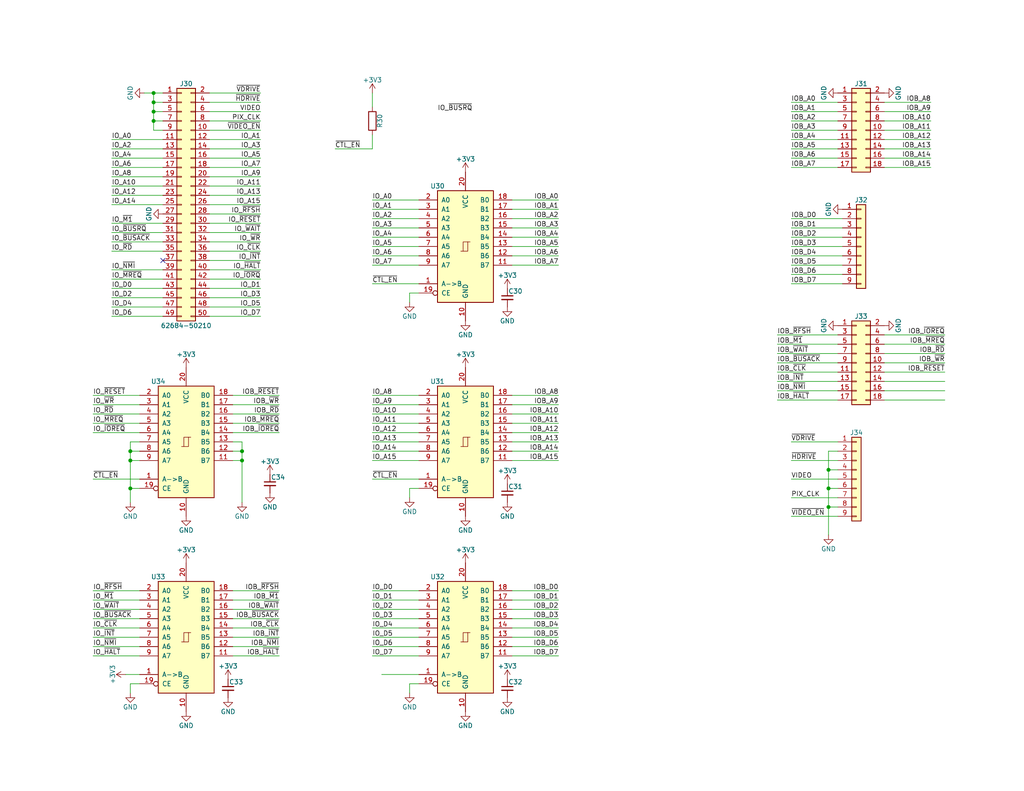
<source format=kicad_sch>
(kicad_sch (version 20211123) (generator eeschema)
  (paper "USLetter")
  (title_block (title "1240-Pi Proto ROM Pack") (date "2022-05-21") (rev "1.0") (company "© 2022 Sam Hanes, licensed under CERN-OHL-S v2+") (comment 1 "https://github.com/Elemecca/1240pi"))
  (lib_symbols
    (symbol "74xx:74HC245" (pin_names (offset 1.016))
      (property "Reference" "U" (at -7.62 16.51 0))
      (property "Value" "74HC245" (at -7.62 -16.51 0))
      (symbol "74HC245_1_0"
        (polyline (pts (xy -0.635 -1.27) (xy -0.635 1.27) (xy 0.635 1.27)))
        (polyline (pts (xy -1.27 -1.27) (xy 0.635 -1.27) (xy 0.635 1.27) (xy 1.27 1.27)))
        (pin input line (at -12.7 -10.16 0) (length 5.08) (name "A->B") (number "1"))
        (pin power_in line (at 0 -20.32 90) (length 5.08) (name "GND") (number "10"))
        (pin tri_state line (at 12.7 -5.08 180) (length 5.08) (name "B7") (number "11"))
        (pin tri_state line (at 12.7 -2.54 180) (length 5.08) (name "B6") (number "12"))
        (pin tri_state line (at 12.7 0 180) (length 5.08) (name "B5") (number "13"))
        (pin tri_state line (at 12.7 2.54 180) (length 5.08) (name "B4") (number "14"))
        (pin tri_state line (at 12.7 5.08 180) (length 5.08) (name "B3") (number "15"))
        (pin tri_state line (at 12.7 7.62 180) (length 5.08) (name "B2") (number "16"))
        (pin tri_state line (at 12.7 10.16 180) (length 5.08) (name "B1") (number "17"))
        (pin tri_state line (at 12.7 12.7 180) (length 5.08) (name "B0") (number "18"))
        (pin input inverted (at -12.7 -12.7 0) (length 5.08) (name "CE") (number "19"))
        (pin tri_state line (at -12.7 12.7 0) (length 5.08) (name "A0") (number "2"))
        (pin power_in line (at 0 20.32 270) (length 5.08) (name "VCC") (number "20"))
        (pin tri_state line (at -12.7 10.16 0) (length 5.08) (name "A1") (number "3"))
        (pin tri_state line (at -12.7 7.62 0) (length 5.08) (name "A2") (number "4"))
        (pin tri_state line (at -12.7 5.08 0) (length 5.08) (name "A3") (number "5"))
        (pin tri_state line (at -12.7 2.54 0) (length 5.08) (name "A4") (number "6"))
        (pin tri_state line (at -12.7 0 0) (length 5.08) (name "A5") (number "7"))
        (pin tri_state line (at -12.7 -2.54 0) (length 5.08) (name "A6") (number "8"))
        (pin tri_state line (at -12.7 -5.08 0) (length 5.08) (name "A7") (number "9"))
      )
      (symbol "74HC245_1_1"
        (rectangle (start -7.62 15.24) (end 7.62 -15.24) (stroke (width 0.254)) (fill (type background)))
      )
    )
    (symbol "Connector_Generic:Conn_01x09" (pin_names (offset 1.016) hide)
      (property "Reference" "J" (at 0 12.7 0))
      (property "Value" "Conn_01x09" (at 0 -12.7 0))
      (symbol "Conn_01x09_1_1"
        (rectangle (start -1.27 -10.033) (end 0 -10.287) (stroke (width 0.1524)))
        (rectangle (start -1.27 -7.493) (end 0 -7.747) (stroke (width 0.1524)))
        (rectangle (start -1.27 -4.953) (end 0 -5.207) (stroke (width 0.1524)))
        (rectangle (start -1.27 -2.413) (end 0 -2.667) (stroke (width 0.1524)))
        (rectangle (start -1.27 0.127) (end 0 -0.127) (stroke (width 0.1524)))
        (rectangle (start -1.27 2.667) (end 0 2.413) (stroke (width 0.1524)))
        (rectangle (start -1.27 5.207) (end 0 4.953) (stroke (width 0.1524)))
        (rectangle (start -1.27 7.747) (end 0 7.493) (stroke (width 0.1524)))
        (rectangle (start -1.27 10.287) (end 0 10.033) (stroke (width 0.1524)))
        (rectangle (start -1.27 11.43) (end 1.27 -11.43) (stroke (width 0.254)) (fill (type background)))
        (pin passive line (at -5.08 10.16 0) (length 3.81) (name "Pin_1") (number "1"))
        (pin passive line (at -5.08 7.62 0) (length 3.81) (name "Pin_2") (number "2"))
        (pin passive line (at -5.08 5.08 0) (length 3.81) (name "Pin_3") (number "3"))
        (pin passive line (at -5.08 2.54 0) (length 3.81) (name "Pin_4") (number "4"))
        (pin passive line (at -5.08 0 0) (length 3.81) (name "Pin_5") (number "5"))
        (pin passive line (at -5.08 -2.54 0) (length 3.81) (name "Pin_6") (number "6"))
        (pin passive line (at -5.08 -5.08 0) (length 3.81) (name "Pin_7") (number "7"))
        (pin passive line (at -5.08 -7.62 0) (length 3.81) (name "Pin_8") (number "8"))
        (pin passive line (at -5.08 -10.16 0) (length 3.81) (name "Pin_9") (number "9"))
      )
    )
    (symbol "Connector_Generic:Conn_02x09_Odd_Even" (pin_names (offset 1.016) hide)
      (property "Reference" "J" (at 1.27 12.7 0))
      (property "Value" "Conn_02x09_Odd_Even" (at 1.27 -12.7 0))
      (symbol "Conn_02x09_Odd_Even_1_1"
        (rectangle (start -1.27 -10.033) (end 0 -10.287) (stroke (width 0.1524)))
        (rectangle (start -1.27 -7.493) (end 0 -7.747) (stroke (width 0.1524)))
        (rectangle (start -1.27 -4.953) (end 0 -5.207) (stroke (width 0.1524)))
        (rectangle (start -1.27 -2.413) (end 0 -2.667) (stroke (width 0.1524)))
        (rectangle (start -1.27 0.127) (end 0 -0.127) (stroke (width 0.1524)))
        (rectangle (start -1.27 2.667) (end 0 2.413) (stroke (width 0.1524)))
        (rectangle (start -1.27 5.207) (end 0 4.953) (stroke (width 0.1524)))
        (rectangle (start -1.27 7.747) (end 0 7.493) (stroke (width 0.1524)))
        (rectangle (start -1.27 10.287) (end 0 10.033) (stroke (width 0.1524)))
        (rectangle (start -1.27 11.43) (end 3.81 -11.43) (stroke (width 0.254)) (fill (type background)))
        (rectangle (start 3.81 -10.033) (end 2.54 -10.287) (stroke (width 0.1524)))
        (rectangle (start 3.81 -7.493) (end 2.54 -7.747) (stroke (width 0.1524)))
        (rectangle (start 3.81 -4.953) (end 2.54 -5.207) (stroke (width 0.1524)))
        (rectangle (start 3.81 -2.413) (end 2.54 -2.667) (stroke (width 0.1524)))
        (rectangle (start 3.81 0.127) (end 2.54 -0.127) (stroke (width 0.1524)))
        (rectangle (start 3.81 2.667) (end 2.54 2.413) (stroke (width 0.1524)))
        (rectangle (start 3.81 5.207) (end 2.54 4.953) (stroke (width 0.1524)))
        (rectangle (start 3.81 7.747) (end 2.54 7.493) (stroke (width 0.1524)))
        (rectangle (start 3.81 10.287) (end 2.54 10.033) (stroke (width 0.1524)))
        (pin passive line (at -5.08 10.16 0) (length 3.81) (name "Pin_1") (number "1"))
        (pin passive line (at 7.62 0 180) (length 3.81) (name "Pin_10") (number "10"))
        (pin passive line (at -5.08 -2.54 0) (length 3.81) (name "Pin_11") (number "11"))
        (pin passive line (at 7.62 -2.54 180) (length 3.81) (name "Pin_12") (number "12"))
        (pin passive line (at -5.08 -5.08 0) (length 3.81) (name "Pin_13") (number "13"))
        (pin passive line (at 7.62 -5.08 180) (length 3.81) (name "Pin_14") (number "14"))
        (pin passive line (at -5.08 -7.62 0) (length 3.81) (name "Pin_15") (number "15"))
        (pin passive line (at 7.62 -7.62 180) (length 3.81) (name "Pin_16") (number "16"))
        (pin passive line (at -5.08 -10.16 0) (length 3.81) (name "Pin_17") (number "17"))
        (pin passive line (at 7.62 -10.16 180) (length 3.81) (name "Pin_18") (number "18"))
        (pin passive line (at 7.62 10.16 180) (length 3.81) (name "Pin_2") (number "2"))
        (pin passive line (at -5.08 7.62 0) (length 3.81) (name "Pin_3") (number "3"))
        (pin passive line (at 7.62 7.62 180) (length 3.81) (name "Pin_4") (number "4"))
        (pin passive line (at -5.08 5.08 0) (length 3.81) (name "Pin_5") (number "5"))
        (pin passive line (at 7.62 5.08 180) (length 3.81) (name "Pin_6") (number "6"))
        (pin passive line (at -5.08 2.54 0) (length 3.81) (name "Pin_7") (number "7"))
        (pin passive line (at 7.62 2.54 180) (length 3.81) (name "Pin_8") (number "8"))
        (pin passive line (at -5.08 0 0) (length 3.81) (name "Pin_9") (number "9"))
      )
    )
    (symbol "Connector_Generic:Conn_02x25_Odd_Even" (pin_names (offset 1.016) hide)
      (property "Reference" "J" (at 1.27 33.02 0))
      (property "Value" "Conn_02x25_Odd_Even" (at 1.27 -33.02 0))
      (symbol "Conn_02x25_Odd_Even_1_1"
        (rectangle (start -1.27 -30.353) (end 0 -30.607) (stroke (width 0.1524)))
        (rectangle (start -1.27 -27.813) (end 0 -28.067) (stroke (width 0.1524)))
        (rectangle (start -1.27 -25.273) (end 0 -25.527) (stroke (width 0.1524)))
        (rectangle (start -1.27 -22.733) (end 0 -22.987) (stroke (width 0.1524)))
        (rectangle (start -1.27 -20.193) (end 0 -20.447) (stroke (width 0.1524)))
        (rectangle (start -1.27 -17.653) (end 0 -17.907) (stroke (width 0.1524)))
        (rectangle (start -1.27 -15.113) (end 0 -15.367) (stroke (width 0.1524)))
        (rectangle (start -1.27 -12.573) (end 0 -12.827) (stroke (width 0.1524)))
        (rectangle (start -1.27 -10.033) (end 0 -10.287) (stroke (width 0.1524)))
        (rectangle (start -1.27 -7.493) (end 0 -7.747) (stroke (width 0.1524)))
        (rectangle (start -1.27 -4.953) (end 0 -5.207) (stroke (width 0.1524)))
        (rectangle (start -1.27 -2.413) (end 0 -2.667) (stroke (width 0.1524)))
        (rectangle (start -1.27 0.127) (end 0 -0.127) (stroke (width 0.1524)))
        (rectangle (start -1.27 2.667) (end 0 2.413) (stroke (width 0.1524)))
        (rectangle (start -1.27 5.207) (end 0 4.953) (stroke (width 0.1524)))
        (rectangle (start -1.27 7.747) (end 0 7.493) (stroke (width 0.1524)))
        (rectangle (start -1.27 10.287) (end 0 10.033) (stroke (width 0.1524)))
        (rectangle (start -1.27 12.827) (end 0 12.573) (stroke (width 0.1524)))
        (rectangle (start -1.27 15.367) (end 0 15.113) (stroke (width 0.1524)))
        (rectangle (start -1.27 17.907) (end 0 17.653) (stroke (width 0.1524)))
        (rectangle (start -1.27 20.447) (end 0 20.193) (stroke (width 0.1524)))
        (rectangle (start -1.27 22.987) (end 0 22.733) (stroke (width 0.1524)))
        (rectangle (start -1.27 25.527) (end 0 25.273) (stroke (width 0.1524)))
        (rectangle (start -1.27 28.067) (end 0 27.813) (stroke (width 0.1524)))
        (rectangle (start -1.27 30.607) (end 0 30.353) (stroke (width 0.1524)))
        (rectangle (start -1.27 31.75) (end 3.81 -31.75) (stroke (width 0.254)) (fill (type background)))
        (rectangle (start 3.81 -30.353) (end 2.54 -30.607) (stroke (width 0.1524)))
        (rectangle (start 3.81 -27.813) (end 2.54 -28.067) (stroke (width 0.1524)))
        (rectangle (start 3.81 -25.273) (end 2.54 -25.527) (stroke (width 0.1524)))
        (rectangle (start 3.81 -22.733) (end 2.54 -22.987) (stroke (width 0.1524)))
        (rectangle (start 3.81 -20.193) (end 2.54 -20.447) (stroke (width 0.1524)))
        (rectangle (start 3.81 -17.653) (end 2.54 -17.907) (stroke (width 0.1524)))
        (rectangle (start 3.81 -15.113) (end 2.54 -15.367) (stroke (width 0.1524)))
        (rectangle (start 3.81 -12.573) (end 2.54 -12.827) (stroke (width 0.1524)))
        (rectangle (start 3.81 -10.033) (end 2.54 -10.287) (stroke (width 0.1524)))
        (rectangle (start 3.81 -7.493) (end 2.54 -7.747) (stroke (width 0.1524)))
        (rectangle (start 3.81 -4.953) (end 2.54 -5.207) (stroke (width 0.1524)))
        (rectangle (start 3.81 -2.413) (end 2.54 -2.667) (stroke (width 0.1524)))
        (rectangle (start 3.81 0.127) (end 2.54 -0.127) (stroke (width 0.1524)))
        (rectangle (start 3.81 2.667) (end 2.54 2.413) (stroke (width 0.1524)))
        (rectangle (start 3.81 5.207) (end 2.54 4.953) (stroke (width 0.1524)))
        (rectangle (start 3.81 7.747) (end 2.54 7.493) (stroke (width 0.1524)))
        (rectangle (start 3.81 10.287) (end 2.54 10.033) (stroke (width 0.1524)))
        (rectangle (start 3.81 12.827) (end 2.54 12.573) (stroke (width 0.1524)))
        (rectangle (start 3.81 15.367) (end 2.54 15.113) (stroke (width 0.1524)))
        (rectangle (start 3.81 17.907) (end 2.54 17.653) (stroke (width 0.1524)))
        (rectangle (start 3.81 20.447) (end 2.54 20.193) (stroke (width 0.1524)))
        (rectangle (start 3.81 22.987) (end 2.54 22.733) (stroke (width 0.1524)))
        (rectangle (start 3.81 25.527) (end 2.54 25.273) (stroke (width 0.1524)))
        (rectangle (start 3.81 28.067) (end 2.54 27.813) (stroke (width 0.1524)))
        (rectangle (start 3.81 30.607) (end 2.54 30.353) (stroke (width 0.1524)))
        (pin passive line (at -5.08 30.48 0) (length 3.81) (name "Pin_1") (number "1"))
        (pin passive line (at 7.62 20.32 180) (length 3.81) (name "Pin_10") (number "10"))
        (pin passive line (at -5.08 17.78 0) (length 3.81) (name "Pin_11") (number "11"))
        (pin passive line (at 7.62 17.78 180) (length 3.81) (name "Pin_12") (number "12"))
        (pin passive line (at -5.08 15.24 0) (length 3.81) (name "Pin_13") (number "13"))
        (pin passive line (at 7.62 15.24 180) (length 3.81) (name "Pin_14") (number "14"))
        (pin passive line (at -5.08 12.7 0) (length 3.81) (name "Pin_15") (number "15"))
        (pin passive line (at 7.62 12.7 180) (length 3.81) (name "Pin_16") (number "16"))
        (pin passive line (at -5.08 10.16 0) (length 3.81) (name "Pin_17") (number "17"))
        (pin passive line (at 7.62 10.16 180) (length 3.81) (name "Pin_18") (number "18"))
        (pin passive line (at -5.08 7.62 0) (length 3.81) (name "Pin_19") (number "19"))
        (pin passive line (at 7.62 30.48 180) (length 3.81) (name "Pin_2") (number "2"))
        (pin passive line (at 7.62 7.62 180) (length 3.81) (name "Pin_20") (number "20"))
        (pin passive line (at -5.08 5.08 0) (length 3.81) (name "Pin_21") (number "21"))
        (pin passive line (at 7.62 5.08 180) (length 3.81) (name "Pin_22") (number "22"))
        (pin passive line (at -5.08 2.54 0) (length 3.81) (name "Pin_23") (number "23"))
        (pin passive line (at 7.62 2.54 180) (length 3.81) (name "Pin_24") (number "24"))
        (pin passive line (at -5.08 0 0) (length 3.81) (name "Pin_25") (number "25"))
        (pin passive line (at 7.62 0 180) (length 3.81) (name "Pin_26") (number "26"))
        (pin passive line (at -5.08 -2.54 0) (length 3.81) (name "Pin_27") (number "27"))
        (pin passive line (at 7.62 -2.54 180) (length 3.81) (name "Pin_28") (number "28"))
        (pin passive line (at -5.08 -5.08 0) (length 3.81) (name "Pin_29") (number "29"))
        (pin passive line (at -5.08 27.94 0) (length 3.81) (name "Pin_3") (number "3"))
        (pin passive line (at 7.62 -5.08 180) (length 3.81) (name "Pin_30") (number "30"))
        (pin passive line (at -5.08 -7.62 0) (length 3.81) (name "Pin_31") (number "31"))
        (pin passive line (at 7.62 -7.62 180) (length 3.81) (name "Pin_32") (number "32"))
        (pin passive line (at -5.08 -10.16 0) (length 3.81) (name "Pin_33") (number "33"))
        (pin passive line (at 7.62 -10.16 180) (length 3.81) (name "Pin_34") (number "34"))
        (pin passive line (at -5.08 -12.7 0) (length 3.81) (name "Pin_35") (number "35"))
        (pin passive line (at 7.62 -12.7 180) (length 3.81) (name "Pin_36") (number "36"))
        (pin passive line (at -5.08 -15.24 0) (length 3.81) (name "Pin_37") (number "37"))
        (pin passive line (at 7.62 -15.24 180) (length 3.81) (name "Pin_38") (number "38"))
        (pin passive line (at -5.08 -17.78 0) (length 3.81) (name "Pin_39") (number "39"))
        (pin passive line (at 7.62 27.94 180) (length 3.81) (name "Pin_4") (number "4"))
        (pin passive line (at 7.62 -17.78 180) (length 3.81) (name "Pin_40") (number "40"))
        (pin passive line (at -5.08 -20.32 0) (length 3.81) (name "Pin_41") (number "41"))
        (pin passive line (at 7.62 -20.32 180) (length 3.81) (name "Pin_42") (number "42"))
        (pin passive line (at -5.08 -22.86 0) (length 3.81) (name "Pin_43") (number "43"))
        (pin passive line (at 7.62 -22.86 180) (length 3.81) (name "Pin_44") (number "44"))
        (pin passive line (at -5.08 -25.4 0) (length 3.81) (name "Pin_45") (number "45"))
        (pin passive line (at 7.62 -25.4 180) (length 3.81) (name "Pin_46") (number "46"))
        (pin passive line (at -5.08 -27.94 0) (length 3.81) (name "Pin_47") (number "47"))
        (pin passive line (at 7.62 -27.94 180) (length 3.81) (name "Pin_48") (number "48"))
        (pin passive line (at -5.08 -30.48 0) (length 3.81) (name "Pin_49") (number "49"))
        (pin passive line (at -5.08 25.4 0) (length 3.81) (name "Pin_5") (number "5"))
        (pin passive line (at 7.62 -30.48 180) (length 3.81) (name "Pin_50") (number "50"))
        (pin passive line (at 7.62 25.4 180) (length 3.81) (name "Pin_6") (number "6"))
        (pin passive line (at -5.08 22.86 0) (length 3.81) (name "Pin_7") (number "7"))
        (pin passive line (at 7.62 22.86 180) (length 3.81) (name "Pin_8") (number "8"))
        (pin passive line (at -5.08 20.32 0) (length 3.81) (name "Pin_9") (number "9"))
      )
    )
    (symbol "Device:C_Small" (pin_numbers hide) (pin_names (offset 0.254) hide)
      (property "Reference" "C" (at 0.254 1.778 0))
      (property "Value" "C_Small" (at 0.254 -2.032 0))
      (symbol "C_Small_0_1"
        (polyline (pts (xy -1.524 -0.508) (xy 1.524 -0.508)) (stroke (width 0.3302)))
        (polyline (pts (xy -1.524 0.508) (xy 1.524 0.508)) (stroke (width 0.3048)))
      )
      (symbol "C_Small_1_1"
        (pin passive line (at 0 2.54 270) (length 2.032) (name "~") (number "1"))
        (pin passive line (at 0 -2.54 90) (length 2.032) (name "~") (number "2"))
      )
    )
    (symbol "Device:R" (pin_numbers hide) (pin_names (offset 0))
      (property "Reference" "R" (at 2.032 0 90))
      (property "Value" "R" (at 0 0 90))
      (symbol "R_0_1"
        (rectangle (start -1.016 -2.54) (end 1.016 2.54) (stroke (width 0.254)))
      )
      (symbol "R_1_1"
        (pin passive line (at 0 3.81 270) (length 1.27) (name "~") (number "1"))
        (pin passive line (at 0 -3.81 90) (length 1.27) (name "~") (number "2"))
      )
    )
    (symbol "power:+3V3" (power) (pin_names (offset 0))
      (property "Value" "+3V3" (at 0 3.556 0))
      (symbol "+3V3_0_1"
        (polyline (pts (xy -0.762 1.27) (xy 0 2.54)))
        (polyline (pts (xy 0 0) (xy 0 2.54)))
        (polyline (pts (xy 0 2.54) (xy 0.762 1.27)))
      )
      (symbol "+3V3_1_1"
        (pin power_in line (at 0 0 90) (length 0) hide (name "+3V3") (number "1"))
      )
    )
    (symbol "power:GND" (power) (pin_names (offset 0))
      (property "Value" "GND" (at 0 -3.81 0))
      (symbol "GND_0_1"
        (polyline (pts (xy 0 0) (xy 0 -1.27) (xy 1.27 -1.27) (xy 0 -2.54) (xy -1.27 -1.27) (xy 0 -1.27)))
      )
      (symbol "GND_1_1"
        (pin power_in line (at 0 0 270) (length 0) hide (name "GND") (number "1"))
      )
    )
  )
  (junction (at 226.06 128.27))
  (junction (at 66.04 125.73))
  (junction (at 41.91 30.48))
  (junction (at 35.56 133.35))
  (junction (at 66.04 123.19))
  (junction (at 41.91 27.94))
  (junction (at 35.56 125.73))
  (junction (at 41.91 25.4))
  (junction (at 226.06 133.35))
  (junction (at 226.06 138.43))
  (junction (at 35.56 123.19))
  (junction (at 41.91 33.02))
  (no_connect (at 44.45 71.12))
  (wire (pts (xy 215.9 27.94) (xy 228.6 27.94)))
  (wire (pts (xy 63.5 113.03) (xy 76.2 113.03)))
  (wire (pts (xy 241.3 33.02) (xy 254 33.02)))
  (wire (pts (xy 101.6 62.23) (xy 114.3 62.23)))
  (wire (pts (xy 63.5 118.11) (xy 76.2 118.11)))
  (wire (pts (xy 139.7 179.07) (xy 152.4 179.07)))
  (wire (pts (xy 101.6 113.03) (xy 114.3 113.03)))
  (wire (pts (xy 226.06 128.27) (xy 228.6 128.27)))
  (wire (pts (xy 35.56 125.73) (xy 38.1 125.73)))
  (wire (pts (xy 101.6 64.77) (xy 114.3 64.77)))
  (wire (pts (xy 57.15 68.58) (xy 71.12 68.58)))
  (wire (pts (xy 25.4 115.57) (xy 38.1 115.57)))
  (wire (pts (xy 241.3 106.68) (xy 257.81 106.68)))
  (wire (pts (xy 139.7 120.65) (xy 152.4 120.65)))
  (wire (pts (xy 35.56 133.35) (xy 35.56 137.16)))
  (wire (pts (xy 30.48 76.2) (xy 44.45 76.2)))
  (wire (pts (xy 215.9 125.73) (xy 228.6 125.73)))
  (wire (pts (xy 139.7 62.23) (xy 152.4 62.23)))
  (wire (pts (xy 25.4 171.45) (xy 38.1 171.45)))
  (wire (pts (xy 101.6 161.29) (xy 114.3 161.29)))
  (wire (pts (xy 139.7 161.29) (xy 152.4 161.29)))
  (wire (pts (xy 101.6 54.61) (xy 114.3 54.61)))
  (wire (pts (xy 241.3 30.48) (xy 254 30.48)))
  (wire (pts (xy 139.7 163.83) (xy 152.4 163.83)))
  (wire (pts (xy 241.3 35.56) (xy 254 35.56)))
  (wire (pts (xy 63.5 173.99) (xy 76.2 173.99)))
  (wire (pts (xy 25.4 107.95) (xy 38.1 107.95)))
  (wire (pts (xy 66.04 125.73) (xy 66.04 137.16)))
  (wire (pts (xy 101.6 123.19) (xy 114.3 123.19)))
  (wire (pts (xy 41.91 30.48) (xy 41.91 33.02)))
  (wire (pts (xy 30.48 48.26) (xy 44.45 48.26)))
  (wire (pts (xy 41.91 33.02) (xy 41.91 35.56)))
  (wire (pts (xy 63.5 110.49) (xy 76.2 110.49)))
  (wire (pts (xy 212.09 96.52) (xy 228.6 96.52)))
  (wire (pts (xy 101.6 25.4) (xy 101.6 29.21)))
  (wire (pts (xy 57.15 25.4) (xy 71.12 25.4)))
  (wire (pts (xy 57.15 58.42) (xy 71.12 58.42)))
  (wire (pts (xy 25.4 176.53) (xy 38.1 176.53)))
  (wire (pts (xy 139.7 64.77) (xy 152.4 64.77)))
  (wire (pts (xy 30.48 83.82) (xy 44.45 83.82)))
  (wire (pts (xy 39.37 25.4) (xy 41.91 25.4)))
  (wire (pts (xy 215.9 74.93) (xy 229.87 74.93)))
  (wire (pts (xy 41.91 27.94) (xy 41.91 30.48)))
  (wire (pts (xy 25.4 110.49) (xy 38.1 110.49)))
  (wire (pts (xy 41.91 25.4) (xy 41.91 27.94)))
  (wire (pts (xy 38.1 133.35) (xy 35.56 133.35)))
  (wire (pts (xy 57.15 63.5) (xy 71.12 63.5)))
  (wire (pts (xy 226.06 133.35) (xy 228.6 133.35)))
  (wire (pts (xy 101.6 173.99) (xy 114.3 173.99)))
  (wire (pts (xy 241.3 38.1) (xy 254 38.1)))
  (wire (pts (xy 101.6 110.49) (xy 114.3 110.49)))
  (wire (pts (xy 101.6 176.53) (xy 114.3 176.53)))
  (wire (pts (xy 30.48 68.58) (xy 44.45 68.58)))
  (wire (pts (xy 38.1 186.69) (xy 35.56 186.69)))
  (wire (pts (xy 57.15 43.18) (xy 71.12 43.18)))
  (wire (pts (xy 57.15 33.02) (xy 71.12 33.02)))
  (wire (pts (xy 63.5 163.83) (xy 76.2 163.83)))
  (wire (pts (xy 30.48 55.88) (xy 44.45 55.88)))
  (wire (pts (xy 41.91 27.94) (xy 44.45 27.94)))
  (wire (pts (xy 25.4 173.99) (xy 38.1 173.99)))
  (wire (pts (xy 63.5 168.91) (xy 76.2 168.91)))
  (wire (pts (xy 215.9 120.65) (xy 228.6 120.65)))
  (wire (pts (xy 215.9 30.48) (xy 228.6 30.48)))
  (wire (pts (xy 111.76 186.69) (xy 111.76 189.23)))
  (wire (pts (xy 63.5 125.73) (xy 66.04 125.73)))
  (wire (pts (xy 215.9 140.97) (xy 228.6 140.97)))
  (wire (pts (xy 101.6 72.39) (xy 114.3 72.39)))
  (wire (pts (xy 35.56 186.69) (xy 35.56 189.23)))
  (wire (pts (xy 63.5 161.29) (xy 76.2 161.29)))
  (wire (pts (xy 139.7 173.99) (xy 152.4 173.99)))
  (wire (pts (xy 57.15 86.36) (xy 71.12 86.36)))
  (wire (pts (xy 101.6 130.81) (xy 114.3 130.81)))
  (wire (pts (xy 114.3 133.35) (xy 111.76 133.35)))
  (wire (pts (xy 139.7 176.53) (xy 152.4 176.53)))
  (wire (pts (xy 139.7 115.57) (xy 152.4 115.57)))
  (wire (pts (xy 57.15 55.88) (xy 71.12 55.88)))
  (wire (pts (xy 226.06 138.43) (xy 228.6 138.43)))
  (wire (pts (xy 30.48 40.64) (xy 44.45 40.64)))
  (wire (pts (xy 35.56 120.65) (xy 35.56 123.19)))
  (wire (pts (xy 91.44 40.64) (xy 101.6 40.64)))
  (wire (pts (xy 63.5 176.53) (xy 76.2 176.53)))
  (wire (pts (xy 139.7 54.61) (xy 152.4 54.61)))
  (wire (pts (xy 241.3 45.72) (xy 254 45.72)))
  (wire (pts (xy 215.9 33.02) (xy 228.6 33.02)))
  (wire (pts (xy 63.5 107.95) (xy 76.2 107.95)))
  (wire (pts (xy 226.06 133.35) (xy 226.06 138.43)))
  (wire (pts (xy 215.9 69.85) (xy 229.87 69.85)))
  (wire (pts (xy 241.3 93.98) (xy 257.81 93.98)))
  (wire (pts (xy 139.7 57.15) (xy 152.4 57.15)))
  (wire (pts (xy 226.06 128.27) (xy 226.06 133.35)))
  (wire (pts (xy 101.6 57.15) (xy 114.3 57.15)))
  (wire (pts (xy 139.7 171.45) (xy 152.4 171.45)))
  (wire (pts (xy 139.7 72.39) (xy 152.4 72.39)))
  (wire (pts (xy 57.15 83.82) (xy 71.12 83.82)))
  (wire (pts (xy 38.1 120.65) (xy 35.56 120.65)))
  (wire (pts (xy 139.7 113.03) (xy 152.4 113.03)))
  (wire (pts (xy 63.5 166.37) (xy 76.2 166.37)))
  (wire (pts (xy 101.6 67.31) (xy 114.3 67.31)))
  (wire (pts (xy 101.6 163.83) (xy 114.3 163.83)))
  (wire (pts (xy 241.3 104.14) (xy 257.81 104.14)))
  (wire (pts (xy 215.9 35.56) (xy 228.6 35.56)))
  (wire (pts (xy 215.9 72.39) (xy 229.87 72.39)))
  (wire (pts (xy 226.06 138.43) (xy 226.06 146.05)))
  (wire (pts (xy 30.48 60.96) (xy 44.45 60.96)))
  (wire (pts (xy 212.09 99.06) (xy 228.6 99.06)))
  (wire (pts (xy 139.7 166.37) (xy 152.4 166.37)))
  (wire (pts (xy 30.48 78.74) (xy 44.45 78.74)))
  (wire (pts (xy 241.3 101.6) (xy 257.81 101.6)))
  (wire (pts (xy 57.15 30.48) (xy 71.12 30.48)))
  (wire (pts (xy 212.09 93.98) (xy 228.6 93.98)))
  (wire (pts (xy 101.6 69.85) (xy 114.3 69.85)))
  (wire (pts (xy 111.76 80.01) (xy 111.76 82.55)))
  (wire (pts (xy 25.4 113.03) (xy 38.1 113.03)))
  (wire (pts (xy 101.6 59.69) (xy 114.3 59.69)))
  (wire (pts (xy 25.4 166.37) (xy 38.1 166.37)))
  (wire (pts (xy 63.5 179.07) (xy 76.2 179.07)))
  (wire (pts (xy 215.9 40.64) (xy 228.6 40.64)))
  (wire (pts (xy 57.15 38.1) (xy 71.12 38.1)))
  (wire (pts (xy 114.3 80.01) (xy 111.76 80.01)))
  (wire (pts (xy 226.06 123.19) (xy 228.6 123.19)))
  (wire (pts (xy 139.7 168.91) (xy 152.4 168.91)))
  (wire (pts (xy 35.56 125.73) (xy 35.56 133.35)))
  (wire (pts (xy 114.3 186.69) (xy 111.76 186.69)))
  (wire (pts (xy 57.15 53.34) (xy 71.12 53.34)))
  (wire (pts (xy 57.15 73.66) (xy 71.12 73.66)))
  (wire (pts (xy 25.4 168.91) (xy 38.1 168.91)))
  (wire (pts (xy 241.3 91.44) (xy 257.81 91.44)))
  (wire (pts (xy 63.5 123.19) (xy 66.04 123.19)))
  (wire (pts (xy 41.91 35.56) (xy 44.45 35.56)))
  (wire (pts (xy 212.09 101.6) (xy 228.6 101.6)))
  (wire (pts (xy 57.15 71.12) (xy 71.12 71.12)))
  (wire (pts (xy 212.09 106.68) (xy 228.6 106.68)))
  (wire (pts (xy 215.9 135.89) (xy 228.6 135.89)))
  (wire (pts (xy 241.3 109.22) (xy 257.81 109.22)))
  (wire (pts (xy 104.14 184.15) (xy 114.3 184.15)))
  (wire (pts (xy 241.3 40.64) (xy 254 40.64)))
  (wire (pts (xy 139.7 69.85) (xy 152.4 69.85)))
  (wire (pts (xy 212.09 91.44) (xy 228.6 91.44)))
  (wire (pts (xy 241.3 43.18) (xy 254 43.18)))
  (wire (pts (xy 212.09 109.22) (xy 228.6 109.22)))
  (wire (pts (xy 139.7 110.49) (xy 152.4 110.49)))
  (wire (pts (xy 30.48 86.36) (xy 44.45 86.36)))
  (wire (pts (xy 101.6 120.65) (xy 114.3 120.65)))
  (wire (pts (xy 63.5 171.45) (xy 76.2 171.45)))
  (wire (pts (xy 25.4 163.83) (xy 38.1 163.83)))
  (wire (pts (xy 35.56 123.19) (xy 35.56 125.73)))
  (wire (pts (xy 41.91 33.02) (xy 44.45 33.02)))
  (wire (pts (xy 30.48 53.34) (xy 44.45 53.34)))
  (wire (pts (xy 215.9 77.47) (xy 229.87 77.47)))
  (wire (pts (xy 30.48 66.04) (xy 44.45 66.04)))
  (wire (pts (xy 241.3 27.94) (xy 254 27.94)))
  (wire (pts (xy 25.4 179.07) (xy 38.1 179.07)))
  (wire (pts (xy 101.6 77.47) (xy 114.3 77.47)))
  (wire (pts (xy 101.6 125.73) (xy 114.3 125.73)))
  (wire (pts (xy 25.4 118.11) (xy 38.1 118.11)))
  (wire (pts (xy 139.7 123.19) (xy 152.4 123.19)))
  (wire (pts (xy 57.15 60.96) (xy 71.12 60.96)))
  (wire (pts (xy 241.3 96.52) (xy 257.81 96.52)))
  (wire (pts (xy 30.48 45.72) (xy 44.45 45.72)))
  (wire (pts (xy 57.15 78.74) (xy 71.12 78.74)))
  (wire (pts (xy 101.6 107.95) (xy 114.3 107.95)))
  (wire (pts (xy 101.6 115.57) (xy 114.3 115.57)))
  (wire (pts (xy 57.15 40.64) (xy 71.12 40.64)))
  (wire (pts (xy 215.9 43.18) (xy 228.6 43.18)))
  (wire (pts (xy 44.45 25.4) (xy 41.91 25.4)))
  (wire (pts (xy 66.04 120.65) (xy 66.04 123.19)))
  (wire (pts (xy 215.9 45.72) (xy 228.6 45.72)))
  (wire (pts (xy 38.1 123.19) (xy 35.56 123.19)))
  (wire (pts (xy 57.15 48.26) (xy 71.12 48.26)))
  (wire (pts (xy 25.4 130.81) (xy 38.1 130.81)))
  (wire (pts (xy 101.6 36.83) (xy 101.6 40.64)))
  (wire (pts (xy 57.15 66.04) (xy 71.12 66.04)))
  (wire (pts (xy 215.9 59.69) (xy 229.87 59.69)))
  (wire (pts (xy 215.9 130.81) (xy 228.6 130.81)))
  (wire (pts (xy 25.4 161.29) (xy 38.1 161.29)))
  (wire (pts (xy 30.48 50.8) (xy 44.45 50.8)))
  (wire (pts (xy 57.15 35.56) (xy 71.12 35.56)))
  (wire (pts (xy 66.04 123.19) (xy 66.04 125.73)))
  (wire (pts (xy 30.48 43.18) (xy 44.45 43.18)))
  (wire (pts (xy 30.48 63.5) (xy 44.45 63.5)))
  (wire (pts (xy 57.15 81.28) (xy 71.12 81.28)))
  (wire (pts (xy 101.6 168.91) (xy 114.3 168.91)))
  (wire (pts (xy 215.9 67.31) (xy 229.87 67.31)))
  (wire (pts (xy 215.9 64.77) (xy 229.87 64.77)))
  (wire (pts (xy 101.6 166.37) (xy 114.3 166.37)))
  (wire (pts (xy 57.15 50.8) (xy 71.12 50.8)))
  (wire (pts (xy 139.7 107.95) (xy 152.4 107.95)))
  (wire (pts (xy 139.7 125.73) (xy 152.4 125.73)))
  (wire (pts (xy 57.15 76.2) (xy 71.12 76.2)))
  (wire (pts (xy 57.15 27.94) (xy 71.12 27.94)))
  (wire (pts (xy 101.6 179.07) (xy 114.3 179.07)))
  (wire (pts (xy 41.91 30.48) (xy 44.45 30.48)))
  (wire (pts (xy 30.48 38.1) (xy 44.45 38.1)))
  (wire (pts (xy 30.48 81.28) (xy 44.45 81.28)))
  (wire (pts (xy 101.6 118.11) (xy 114.3 118.11)))
  (wire (pts (xy 215.9 38.1) (xy 228.6 38.1)))
  (wire (pts (xy 34.29 184.15) (xy 38.1 184.15)))
  (wire (pts (xy 139.7 67.31) (xy 152.4 67.31)))
  (wire (pts (xy 101.6 171.45) (xy 114.3 171.45)))
  (wire (pts (xy 111.76 133.35) (xy 111.76 135.89)))
  (wire (pts (xy 241.3 99.06) (xy 257.81 99.06)))
  (wire (pts (xy 212.09 104.14) (xy 228.6 104.14)))
  (wire (pts (xy 63.5 120.65) (xy 66.04 120.65)))
  (wire (pts (xy 63.5 115.57) (xy 76.2 115.57)))
  (wire (pts (xy 57.15 45.72) (xy 71.12 45.72)))
  (wire (pts (xy 215.9 62.23) (xy 229.87 62.23)))
  (wire (pts (xy 139.7 59.69) (xy 152.4 59.69)))
  (wire (pts (xy 139.7 118.11) (xy 152.4 118.11)))
  (wire (pts (xy 226.06 123.19) (xy 226.06 128.27)))
  (wire (pts (xy 30.48 73.66) (xy 44.45 73.66)))
  (label "IOB_D3" (at 152.4 168.91 180))
  (label "~{CTL_EN}" (at 91.44 40.64 0))
  (label "IO_A5" (at 101.6 67.31 0))
  (label "IOB_~{WR}" (at 76.2 110.49 180))
  (label "IO_~{WR}" (at 25.4 110.49 0))
  (label "IOB_D7" (at 215.9 77.47 0))
  (label "IO_A6" (at 30.48 45.72 0))
  (label "IO_D7" (at 71.12 86.36 180))
  (label "IOB_~{MREQ}" (at 257.81 93.98 180))
  (label "IOB_~{RESET}" (at 76.2 107.95 180))
  (label "IO_~{CLK}" (at 71.12 68.58 180))
  (label "IOB_A7" (at 215.9 45.72 0))
  (label "IOB_~{WAIT}" (at 212.09 96.52 0))
  (label "IOB_~{HALT}" (at 76.2 179.07 180))
  (label "IOB_~{INT}" (at 76.2 173.99 180))
  (label "IO_~{INT}" (at 71.12 71.12 180))
  (label "IOB_A8" (at 254 27.94 180))
  (label "IO_A12" (at 30.48 53.34 0))
  (label "IO_~{NMI}" (at 30.48 73.66 0))
  (label "IO_D1" (at 101.6 163.83 0))
  (label "IO_~{RFSH}" (at 71.12 58.42 180))
  (label "IO_~{M1}" (at 25.4 163.83 0))
  (label "IO_~{M1}" (at 30.48 60.96 0))
  (label "PIX_CLK" (at 71.12 33.02 180))
  (label "IOB_D6" (at 152.4 176.53 180))
  (label "IO_D5" (at 71.12 83.82 180))
  (label "IO_~{RESET}" (at 25.4 107.95 0))
  (label "VIDEO" (at 71.12 30.48 180))
  (label "IO_D6" (at 101.6 176.53 0))
  (label "IOB_~{M1}" (at 212.09 93.98 0))
  (label "IO_D4" (at 30.48 83.82 0))
  (label "IO_~{RD}" (at 30.48 68.58 0))
  (label "~{HDRIVE}" (at 71.12 27.94 180))
  (label "IOB_D6" (at 215.9 74.93 0))
  (label "IO_~{WAIT}" (at 71.12 63.5 180))
  (label "IOB_A2" (at 215.9 33.02 0))
  (label "IOB_A14" (at 254 43.18 180))
  (label "IO_~{RESET}" (at 71.12 60.96 180))
  (label "IO_~{INT}" (at 25.4 173.99 0))
  (label "IOB_D2" (at 152.4 166.37 180))
  (label "IO_A7" (at 71.12 45.72 180))
  (label "IOB_D4" (at 152.4 171.45 180))
  (label "IOB_D0" (at 215.9 59.69 0))
  (label "IOB_A5" (at 215.9 40.64 0))
  (label "IO_A13" (at 71.12 53.34 180))
  (label "IO_A1" (at 101.6 57.15 0))
  (label "IOB_A1" (at 215.9 30.48 0))
  (label "IOB_D1" (at 152.4 163.83 180))
  (label "IOB_A12" (at 254 38.1 180))
  (label "IO_D7" (at 101.6 179.07 0))
  (label "IO_A4" (at 101.6 64.77 0))
  (label "IO_A14" (at 30.48 55.88 0))
  (label "IO_A10" (at 101.6 113.03 0))
  (label "IOB_A14" (at 152.4 123.19 180))
  (label "IO_A9" (at 71.12 48.26 180))
  (label "IOB_~{NMI}" (at 212.09 106.68 0))
  (label "IOB_D1" (at 215.9 62.23 0))
  (label "IOB_A12" (at 152.4 118.11 180))
  (label "IOB_A3" (at 215.9 35.56 0))
  (label "IOB_D0" (at 152.4 161.29 180))
  (label "IO_~{BUSACK}" (at 25.4 168.91 0))
  (label "IO_~{NMI}" (at 25.4 176.53 0))
  (label "IOB_A5" (at 152.4 67.31 180))
  (label "IOB_A3" (at 152.4 62.23 180))
  (label "IOB_A0" (at 152.4 54.61 180))
  (label "IOB_A4" (at 152.4 64.77 180))
  (label "IOB_A4" (at 215.9 38.1 0))
  (label "IOB_~{WR}" (at 257.81 99.06 180))
  (label "IO_D0" (at 30.48 78.74 0))
  (label "IO_A2" (at 30.48 40.64 0))
  (label "IOB_A6" (at 152.4 69.85 180))
  (label "IOB_~{MREQ}" (at 76.2 115.57 180))
  (label "IO_A3" (at 101.6 62.23 0))
  (label "IOB_D5" (at 215.9 72.39 0))
  (label "IO_A10" (at 30.48 50.8 0))
  (label "IOB_~{INT}" (at 212.09 104.14 0))
  (label "IO_D2" (at 30.48 81.28 0))
  (label "IOB_~{BUSACK}" (at 212.09 99.06 0))
  (label "IOB_A6" (at 215.9 43.18 0))
  (label "IO_A12" (at 101.6 118.11 0))
  (label "IOB_A8" (at 152.4 107.95 180))
  (label "IOB_~{HALT}" (at 212.09 109.22 0))
  (label "IOB_~{CLK}" (at 76.2 171.45 180))
  (label "IO_A1" (at 71.12 38.1 180))
  (label "IOB_A13" (at 152.4 120.65 180))
  (label "IOB_A15" (at 152.4 125.73 180))
  (label "IOB_A9" (at 254 30.48 180))
  (label "IO_A5" (at 71.12 43.18 180))
  (label "IOB_~{RD}" (at 76.2 113.03 180))
  (label "IO_A14" (at 101.6 123.19 0))
  (label "~{CTL_EN}" (at 101.6 130.81 0))
  (label "IO_~{WR}" (at 71.12 66.04 180))
  (label "~{VDRIVE}" (at 71.12 25.4 180))
  (label "~{VDRIVE}" (at 215.9 120.65 0))
  (label "IOB_~{RFSH}" (at 212.09 91.44 0))
  (label "IO_A8" (at 30.48 48.26 0))
  (label "IOB_~{IOREQ}" (at 76.2 118.11 180))
  (label "IO_~{BUSACK}" (at 30.48 66.04 0))
  (label "IOB_A13" (at 254 40.64 180))
  (label "IO_D4" (at 101.6 171.45 0))
  (label "IOB_~{BUSACK}" (at 76.2 168.91 180))
  (label "VIDEO" (at 215.9 130.81 0))
  (label "IO_D5" (at 101.6 173.99 0))
  (label "IOB_~{NMI}" (at 76.2 176.53 180))
  (label "IOB_D5" (at 152.4 173.99 180))
  (label "IOB_A9" (at 152.4 110.49 180))
  (label "IO_A0" (at 101.6 54.61 0))
  (label "PIX_CLK" (at 215.9 135.89 0))
  (label "IO_D3" (at 71.12 81.28 180))
  (label "IO_D0" (at 101.6 161.29 0))
  (label "IO_A8" (at 101.6 107.95 0))
  (label "IOB_~{IOREQ}" (at 257.81 91.44 180))
  (label "IO_~{HALT}" (at 71.12 73.66 180))
  (label "IO_A13" (at 101.6 120.65 0))
  (label "IOB_A10" (at 254 33.02 180))
  (label "IO_D2" (at 101.6 166.37 0))
  (label "IO_~{MREQ}" (at 25.4 115.57 0))
  (label "IO_~{RD}" (at 25.4 113.03 0))
  (label "IOB_A15" (at 254 45.72 180))
  (label "~{VIDEO_EN}" (at 215.9 140.97 0))
  (label "IO_~{IOREQ}" (at 25.4 118.11 0))
  (label "IOB_A11" (at 254 35.56 180))
  (label "~{HDRIVE}" (at 215.9 125.73 0))
  (label "IOB_~{WAIT}" (at 76.2 166.37 180))
  (label "IOB_A11" (at 152.4 115.57 180))
  (label "IOB_A7" (at 152.4 72.39 180))
  (label "IOB_~{CLK}" (at 212.09 101.6 0))
  (label "IO_~{MREQ}" (at 30.48 76.2 0))
  (label "IOB_~{M1}" (at 76.2 163.83 180))
  (label "IO_A9" (at 101.6 110.49 0))
  (label "IOB_D3" (at 215.9 67.31 0))
  (label "IOB_D2" (at 215.9 64.77 0))
  (label "IO_A6" (at 101.6 69.85 0))
  (label "IO_A0" (at 30.48 38.1 0))
  (label "IO_A7" (at 101.6 72.39 0))
  (label "IO_A11" (at 71.12 50.8 180))
  (label "IOB_A2" (at 152.4 59.69 180))
  (label "IOB_D4" (at 215.9 69.85 0))
  (label "IO_~{HALT}" (at 25.4 179.07 0))
  (label "IO_A11" (at 101.6 115.57 0))
  (label "IOB_~{RESET}" (at 257.81 101.6 180))
  (label "IO_~{CLK}" (at 25.4 171.45 0))
  (label "IO_D1" (at 71.12 78.74 180))
  (label "IO_~{BUSRQ}" (at 30.48 63.5 0))
  (label "~{CTL_EN}" (at 101.6 77.47 0))
  (label "IO_~{IORQ}" (at 71.12 76.2 180))
  (label "IOB_~{RD}" (at 257.81 96.52 180))
  (label "IO_~{WAIT}" (at 25.4 166.37 0))
  (label "IO_A15" (at 101.6 125.73 0))
  (label "IO_~{RFSH}" (at 25.4 161.29 0))
  (label "IO_A15" (at 71.12 55.88 180))
  (label "IO_A3" (at 71.12 40.64 180))
  (label "IO_A4" (at 30.48 43.18 0))
  (label "IO_D3" (at 101.6 168.91 0))
  (label "IOB_A0" (at 215.9 27.94 0))
  (label "~{VIDEO_EN}" (at 71.12 35.56 180))
  (label "IO_~{BUSRQ}" (at 119.38 30.48 0))
  (label "IO_D6" (at 30.48 86.36 0))
  (label "IOB_A1" (at 152.4 57.15 180))
  (label "IOB_A10" (at 152.4 113.03 180))
  (label "IO_A2" (at 101.6 59.69 0))
  (label "~{CTL_EN}" (at 25.4 130.81 0))
  (label "IOB_D7" (at 152.4 179.07 180))
  (label "IOB_~{RFSH}" (at 76.2 161.29 180))
  (symbol (lib_id "power:+3V3") (at 73.66 129.54 0) (unit 1)
    (property "Reference" "#PWR0166" (effects hide))
    (property "Value" "+3V3" (at 73.66 125.984 0))
  )
  (symbol (lib_id "Device:C_Small") (at 138.43 187.96 0) (unit 1)
    (property "Reference" "C32" (at 138.684 186.182 0) (effects (justify left)))
  )
  (symbol (lib_id "power:GND") (at 44.45 58.42 270) (unit 1)
    (property "Reference" "#PWR0106" (effects hide))
    (property "Value" "GND" (at 40.64 58.42 0))
  )
  (symbol (lib_id "Connector_Generic:Conn_01x09") (at 234.95 67.31 0) (unit 1)
    (property "Reference" "J32" (at 234.95 54.61 0))
  )
  (symbol (lib_id "power:GND") (at 229.87 57.15 270) (unit 1)
    (property "Reference" "#PWR0147" (effects hide))
    (property "Value" "GND" (at 226.06 57.15 0))
  )
  (symbol (lib_id "power:+3V3") (at 138.43 132.08 0) (unit 1)
    (property "Reference" "#PWR0168" (effects hide))
    (property "Value" "+3V3" (at 138.43 128.524 0))
  )
  (symbol (lib_id "power:GND") (at 111.76 135.89 0) (unit 1)
    (property "Reference" "#PWR0126" (effects hide))
    (property "Value" "~" (at 111.76 139.7 0))
  )
  (symbol (lib_id "power:GND") (at 138.43 137.16 0) (unit 1)
    (property "Reference" "#PWR0167" (effects hide))
    (property "Value" "GND" (at 138.43 140.97 0))
  )
  (symbol (lib_id "power:GND") (at 35.56 137.16 0) (unit 1)
    (property "Reference" "#PWR0122" (effects hide))
    (property "Value" "GND" (at 35.56 140.97 0))
  )
  (symbol (lib_id "power:GND") (at 111.76 82.55 0) (unit 1)
    (property "Reference" "#PWR0119" (effects hide))
    (property "Value" "~" (at 111.76 86.36 0))
  )
  (symbol (lib_id "power:GND") (at 241.3 88.9 90) (unit 1)
    (property "Reference" "#PWR0149" (effects hide))
    (property "Value" "GND" (at 245.11 88.9 0))
  )
  (symbol (lib_id "power:GND") (at 226.06 146.05 0) (unit 1)
    (property "Reference" "#PWR0150" (effects hide))
    (property "Value" "GND" (at 226.06 149.86 0))
  )
  (symbol (lib_id "power:GND") (at 39.37 25.4 270) (unit 1)
    (property "Reference" "#PWR0107" (effects hide))
    (property "Value" "GND" (at 35.56 25.4 0))
  )
  (symbol (lib_id "Connector_Generic:Conn_02x09_Odd_Even") (at 233.68 35.56 0) (unit 1)
    (property "Reference" "J31" (at 234.95 22.86 0))
  )
  (symbol (lib_id "power:GND") (at 138.43 83.82 0) (unit 1)
    (property "Reference" "#PWR0163" (effects hide))
    (property "Value" "GND" (at 138.43 87.63 0))
  )
  (symbol (lib_id "power:+3V3") (at 101.6 25.4 0) (unit 1)
    (property "Reference" "#PWR0108" (effects hide))
    (property "Value" "+3V3" (at 101.6 21.844 0))
  )
  (symbol (lib_id "power:GND") (at 127 140.97 0) (unit 1)
    (property "Reference" "#PWR0116" (effects hide))
    (property "Value" "GND" (at 127 144.78 0))
  )
  (symbol (lib_id "Connector_Generic:Conn_01x09") (at 233.68 130.81 0) (unit 1)
    (property "Reference" "J34" (at 233.68 118.11 0))
  )
  (symbol (lib_id "74xx:74HC245") (at 50.8 120.65 0) (unit 1)
    (property "Reference" "U34" (at 43.18 104.14 0))
    (property "Datasheet" "https://assets.nexperia.com/documents/data-sheet/74LVC_LVCH245A.pdf" (effects hide))
  )
  (symbol (lib_id "Device:C_Small") (at 138.43 134.62 0) (unit 1)
    (property "Reference" "C31" (at 138.684 132.842 0) (effects (justify left)))
  )
  (symbol (lib_id "power:GND") (at 241.3 25.4 90) (unit 1)
    (property "Reference" "#PWR0145" (effects hide))
    (property "Value" "GND" (at 245.11 25.4 0))
  )
  (symbol (lib_id "power:GND") (at 73.66 134.62 0) (unit 1)
    (property "Reference" "#PWR0165" (effects hide))
    (property "Value" "GND" (at 73.66 138.43 0))
  )
  (symbol (lib_id "power:+3V3") (at 138.43 185.42 0) (unit 1)
    (property "Reference" "#PWR0161" (effects hide))
    (property "Value" "+3V3" (at 138.43 181.864 0))
  )
  (symbol (lib_id "power:GND") (at 50.8 140.97 0) (unit 1)
    (property "Reference" "#PWR0120" (effects hide))
    (property "Value" "GND" (at 50.8 144.78 0))
  )
  (symbol (lib_id "power:+3V3") (at 62.23 185.42 0) (unit 1)
    (property "Reference" "#PWR0160" (effects hide))
    (property "Value" "+3V3" (at 62.23 181.864 0))
  )
  (symbol (lib_id "power:GND") (at 111.76 189.23 0) (unit 1)
    (property "Reference" "#PWR0114" (effects hide))
    (property "Value" "~" (at 111.76 193.04 0))
  )
  (symbol (lib_id "power:GND") (at 127 194.31 0) (unit 1)
    (property "Reference" "#PWR0113" (effects hide))
    (property "Value" "GND" (at 127 198.12 0))
  )
  (symbol (lib_id "power:+3V3") (at 127 153.67 0) (unit 1)
    (property "Reference" "#PWR0115" (effects hide))
    (property "Value" "+3V3" (at 127 150.114 0))
  )
  (symbol (lib_id "74xx:74HC245") (at 127 173.99 0) (unit 1)
    (property "Reference" "U32" (at 119.38 157.48 0))
    (property "Datasheet" "https://assets.nexperia.com/documents/data-sheet/74LVC_LVCH245A.pdf" (effects hide))
  )
  (symbol (lib_id "Connector_Generic:Conn_02x25_Odd_Even") (at 49.53 55.88 0) (unit 1)
    (property "Reference" "J30" (at 50.8 22.86 0))
    (property "Value" "62684-50210" (at 50.8 88.9 0))
    (property "Footprint" "0Local:Amphenol_62684-50210" (effects hide))
  )
  (symbol (lib_id "power:GND") (at 62.23 190.5 0) (unit 1)
    (property "Reference" "#PWR0159" (effects hide))
    (property "Value" "GND" (at 62.23 194.31 0))
  )
  (symbol (lib_id "power:+3V3") (at 50.8 100.33 0) (unit 1)
    (property "Reference" "#PWR0109" (effects hide))
    (property "Value" "+3V3" (at 50.8 96.774 0))
  )
  (symbol (lib_id "power:GND") (at 35.56 189.23 0) (unit 1)
    (property "Reference" "#PWR0110" (effects hide))
    (property "Value" "~" (at 35.56 193.04 0))
  )
  (symbol (lib_id "74xx:74HC245") (at 127 67.31 0) (unit 1)
    (property "Reference" "U30" (at 119.38 50.8 0))
    (property "Datasheet" "https://assets.nexperia.com/documents/data-sheet/74LVC_LVCH245A.pdf" (effects hide))
  )
  (symbol (lib_id "power:GND") (at 50.8 194.31 0) (unit 1)
    (property "Reference" "#PWR0111" (effects hide))
    (property "Value" "GND" (at 50.8 198.12 0))
  )
  (symbol (lib_id "power:+3V3") (at 50.8 153.67 0) (unit 1)
    (property "Reference" "#PWR0121" (effects hide))
    (property "Value" "+3V3" (at 50.8 150.114 0))
  )
  (symbol (lib_id "Device:R") (at 101.6 33.02 0) (unit 1)
    (property "Reference" "R30" (at 103.632 33.02 90))
  )
  (symbol (lib_id "74xx:74HC245") (at 50.8 173.99 0) (unit 1)
    (property "Reference" "U33" (at 43.18 157.48 0))
    (property "Datasheet" "https://assets.nexperia.com/documents/data-sheet/74LVC_LVCH245A.pdf" (effects hide))
  )
  (symbol (lib_id "power:GND") (at 228.6 88.9 270) (unit 1)
    (property "Reference" "#PWR0148" (effects hide))
    (property "Value" "GND" (at 224.79 88.9 0))
  )
  (symbol (lib_id "power:GND") (at 66.04 137.16 0) (unit 1)
    (property "Reference" "#PWR0123" (effects hide))
    (property "Value" "GND" (at 66.04 140.97 0))
  )
  (symbol (lib_id "74xx:74HC245") (at 127 120.65 0) (unit 1)
    (property "Reference" "U31" (at 119.38 104.14 0))
    (property "Datasheet" "https://assets.nexperia.com/documents/data-sheet/74LVC_LVCH245A.pdf" (effects hide))
  )
  (symbol (lib_id "power:+3V3") (at 127 100.33 0) (unit 1)
    (property "Reference" "#PWR0125" (effects hide))
    (property "Value" "+3V3" (at 127 96.774 0))
  )
  (symbol (lib_id "power:GND") (at 127 87.63 0) (unit 1)
    (property "Reference" "#PWR0118" (effects hide))
    (property "Value" "GND" (at 127 91.44 0))
  )
  (symbol (lib_id "power:GND") (at 228.6 25.4 270) (unit 1)
    (property "Reference" "#PWR0146" (effects hide))
    (property "Value" "GND" (at 224.79 25.4 0))
  )
  (symbol (lib_id "Device:C_Small") (at 73.66 132.08 0) (unit 1)
    (property "Reference" "C34" (at 73.914 130.302 0) (effects (justify left)))
  )
  (symbol (lib_id "power:+3V3") (at 138.43 78.74 0) (unit 1)
    (property "Reference" "#PWR0164" (effects hide))
    (property "Value" "+3V3" (at 138.43 75.184 0))
  )
  (symbol (lib_id "Connector_Generic:Conn_02x09_Odd_Even") (at 233.68 99.06 0) (unit 1)
    (property "Reference" "J33" (at 234.95 86.36 0))
  )
  (symbol (lib_id "power:+3V3") (at 34.29 184.15 90) (unit 1)
    (property "Reference" "#PWR0112" (effects hide))
    (property "Value" "+3V3" (at 30.734 184.15 0))
  )
  (symbol (lib_id "Device:C_Small") (at 62.23 187.96 0) (unit 1)
    (property "Reference" "C33" (at 62.484 186.182 0) (effects (justify left)))
  )
  (symbol (lib_id "power:GND") (at 138.43 190.5 0) (unit 1)
    (property "Reference" "#PWR0162" (effects hide))
    (property "Value" "GND" (at 138.43 194.31 0))
  )
  (symbol (lib_id "Device:C_Small") (at 138.43 81.28 0) (unit 1)
    (property "Reference" "C30" (at 138.684 79.502 0) (effects (justify left)))
  )
  (symbol (lib_id "power:+3V3") (at 127 46.99 0) (unit 1)
    (property "Reference" "#PWR0117" (effects hide))
    (property "Value" "+3V3" (at 127 43.434 0))
  )
)
</source>
